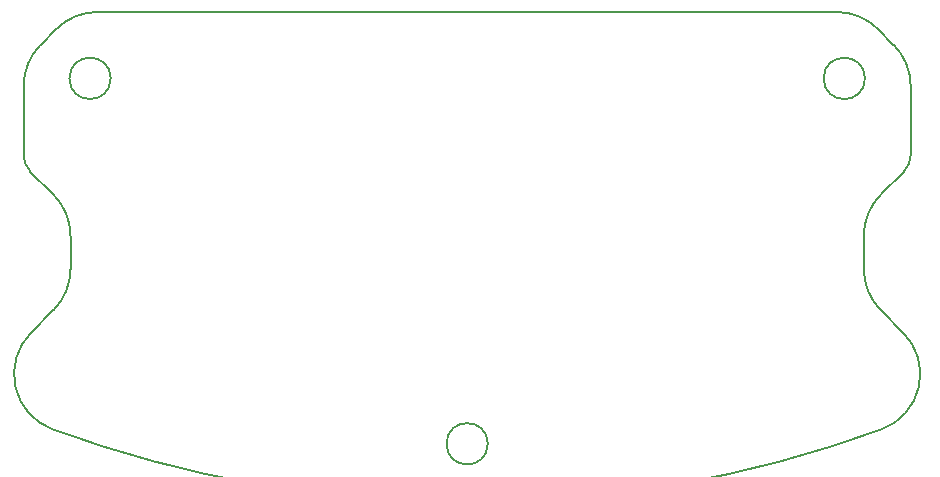
<source format=gbr>
G04 #@! TF.GenerationSoftware,KiCad,Pcbnew,(6.0.10)*
G04 #@! TF.CreationDate,2025-01-19T09:28:05+09:00*
G04 #@! TF.ProjectId,L3GD20H and BNO055__,4c334744-3230-4482-9061-6e6420424e4f,rev?*
G04 #@! TF.SameCoordinates,Original*
G04 #@! TF.FileFunction,Profile,NP*
%FSLAX46Y46*%
G04 Gerber Fmt 4.6, Leading zero omitted, Abs format (unit mm)*
G04 Created by KiCad (PCBNEW (6.0.10)) date 2025-01-19 09:28:05*
%MOMM*%
%LPD*%
G01*
G04 APERTURE LIST*
G04 #@! TA.AperFunction,Profile*
%ADD10C,0.200000*%
G04 #@! TD*
G04 APERTURE END LIST*
D10*
X-37554879Y-6277400D02*
X-37554879Y-12105404D01*
X36097736Y-2759544D02*
X34795335Y-1457143D01*
X36972016Y-13512540D02*
G75*
G03*
X37554880Y-12105404I-1407116J1407140D01*
G01*
X-36909659Y-27141105D02*
G75*
G03*
X-35104203Y-35329968I3517856J-3517856D01*
G01*
X-37554879Y-12105404D02*
G75*
G03*
X-36972021Y-13512546I1989999J0D01*
G01*
X36909660Y-27141105D02*
X35038392Y-25269836D01*
X-33581247Y-18964033D02*
G75*
G03*
X-35038391Y-15446177I-4974995J2D01*
G01*
X-33581247Y-18964033D02*
X-33581247Y-21751980D01*
X-31277478Y0D02*
G75*
G03*
X-34795335Y-1457144I-3J-4974995D01*
G01*
X35104204Y-35329968D02*
G75*
G03*
X36909660Y-27141105I-1712404J4671008D01*
G01*
X-35038391Y-25269836D02*
G75*
G03*
X-33581247Y-21751980I-3517851J3517854D01*
G01*
X-35104203Y-35329968D02*
G75*
G03*
X35104204Y-35329968I35104204J95755655D01*
G01*
X37554880Y-12105404D02*
X37554880Y-6277401D01*
X33581248Y-21751980D02*
X33581248Y-18964033D01*
X-36097735Y-2759544D02*
G75*
G03*
X-37554879Y-6277400I3517862J-3517859D01*
G01*
X34795345Y-1457133D02*
G75*
G03*
X31277479Y0I-3517845J-3517867D01*
G01*
X-34795335Y-1457144D02*
X-36097735Y-2759544D01*
X35038392Y-15446177D02*
X36972022Y-13512546D01*
X35038395Y-15446180D02*
G75*
G03*
X33581248Y-18964033I3517855J-3517860D01*
G01*
X-36972021Y-13512546D02*
X-35038391Y-15446177D01*
X-30178678Y-5626200D02*
G75*
G03*
X-30178678Y-5626200I-1750000J0D01*
G01*
X33678679Y-5626200D02*
G75*
G03*
X33678679Y-5626200I-1750000J0D01*
G01*
X1750001Y-36561815D02*
G75*
G03*
X1750001Y-36561815I-1750000J0D01*
G01*
X37554886Y-6277401D02*
G75*
G03*
X36097736Y-2759544I-4974986J1D01*
G01*
X33581278Y-21751980D02*
G75*
G03*
X35038392Y-25269836I4975022J-20D01*
G01*
X31277479Y0D02*
X-31277478Y0D01*
X-35038391Y-25269836D02*
X-36909659Y-27141105D01*
M02*

</source>
